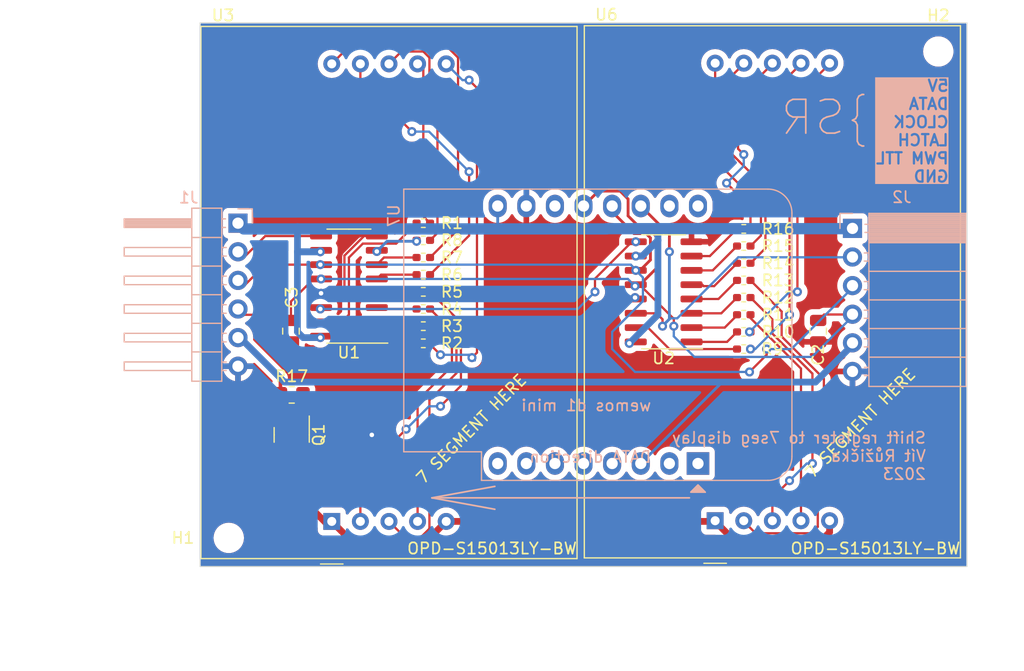
<source format=kicad_pcb>
(kicad_pcb (version 20221018) (generator pcbnew)
  (layers (0 "F.Cu" signal) (31 "B.Cu" signal) (34 "B.Paste" user) (35 "F.Paste" user) (36 "B.SilkS" user "B.Silkscreen") (37 "F.SilkS" user "F.Silkscreen") (38 "B.Mask" user) (39 "F.Mask" user) (44 "Edge.Cuts" user))
  (net 0 "")
  (net 1 "LATCH")
  (net 2 "GND")
  (net 3 "+5V")
  (net 4 "DATA")
  (net 5 "CLK")
  (net 6 "Net-(J1-Pin_2)")
  (net 7 "Net-(U1-QA)")
  (net 8 "Net-(U3-A)")
  (net 9 "Net-(U1-QB)")
  (net 10 "Net-(U3-B)")
  (net 11 "Net-(U1-QC)")
  (net 12 "Net-(U3-C)")
  (net 13 "Net-(U1-QD)")
  (net 14 "Net-(U3-D)")
  (net 15 "Net-(U1-QE)")
  (net 16 "Net-(U3-E)")
  (net 17 "Net-(U1-QF)")
  (net 18 "Net-(U3-F)")
  (net 19 "Net-(U1-QG)")
  (net 20 "Net-(U3-G)")
  (net 21 "Net-(U1-QH)")
  (net 22 "Net-(U3-DP)")
  (net 23 "Net-(U2-QA)")
  (net 24 "Net-(U6-A)")
  (net 25 "Net-(U2-QB)")
  (net 26 "Net-(U6-B)")
  (net 27 "Net-(U2-QC)")
  (net 28 "Net-(U6-C)")
  (net 29 "Net-(U2-QD)")
  (net 30 "Net-(U6-D)")
  (net 31 "Net-(U2-QE)")
  (net 32 "Net-(U6-E)")
  (net 33 "Net-(U2-QF)")
  (net 34 "Net-(U6-F)")
  (net 35 "Net-(U2-QG)")
  (net 36 "Net-(U6-G)")
  (net 37 "Net-(U2-QH)")
  (net 38 "Net-(U6-DP)")
  (net 39 "Net-(U1-SER)")
  (net 40 "PWM")
  (net 41 "Net-(Q1-B)")
  (net 42 "Net-(Q1-C)")
  (footprint "Resistor_SMD:R_0402_1005Metric_Pad0.72x0.64mm_HandSolder" (layer "F.Cu") (at 154.94 58.928)
    (fp_text reference "R4" (at 2.54 0) (layer "F.SilkS"))
    (fp_text value "100R")
    (pad "1" smd roundrect (at -0.5975 0) (size 0.715 0.64) (layers "F.Cu" "F.Paste" "F.Mask") (net 13 "Net-(U1-QD)"))
    (pad "2" smd roundrect (at 0.5975 0) (size 0.715 0.64) (layers "F.Cu" "F.Paste" "F.Mask") (net 14 "Net-(U3-D)"))
  )
  (footprint "MountingHole:MountingHole_2.2mm_M2" (layer "F.Cu") (at 137.668 79.248)
    (fp_text reference "H1" (at -4.064 0) (layer "F.SilkS"))
    (fp_text value "MountingHole")
    (pad "" np_thru_hole circle (at 0 0) (size 2.2 2.2) (drill 2.2) (layers "*.Cu" "*.Mask"))
  )
  (footprint "Resistor_SMD:R_0402_1005Metric_Pad0.72x0.64mm_HandSolder" (layer "F.Cu") (at 154.94 51.308)
    (fp_text reference "R1" (at 2.54 0) (layer "F.SilkS"))
    (fp_text value "50R")
    (pad "1" smd roundrect (at -0.5975 0) (size 0.715 0.64) (layers "F.Cu" "F.Paste" "F.Mask") (net 7 "Net-(U1-QA)"))
    (pad "2" smd roundrect (at 0.5975 0) (size 0.715 0.64) (layers "F.Cu" "F.Paste" "F.Mask") (net 8 "Net-(U3-A)"))
  )
  (footprint "Display_7Segment:SA15-11xxx" (layer "F.Cu") (at 146.812 77.7855 90)
    (fp_text reference "U3" (at 44.92 -9.65) (layer "F.SilkS"))
    (fp_text value "SA15-11SRWA")
    (pad "1" thru_hole rect locked (at 0 0) (size 1.5 1.5) (drill 0.8) (layers "*.Cu" "*.Mask") (net 42 "Net-(Q1-C)"))
    (pad "2" thru_hole circle locked (at 0 2.54) (size 1.5 1.5) (drill 0.8) (layers "*.Cu" "*.Mask") (net 16 "Net-(U3-E)"))
    (pad "3" thru_hole circle locked (at 0 5.08) (size 1.5 1.5) (drill 0.8) (layers "*.Cu" "*.Mask") (net 14 "Net-(U3-D)"))
    (pad "4" thru_hole circle locked (at 0 7.62) (size 1.5 1.5) (drill 0.8) (layers "*.Cu" "*.Mask") (net 12 "Net-(U3-C)"))
    (pad "5" thru_hole circle locked (at 0 10.16) (size 1.5 1.5) (drill 0.8) (layers "*.Cu" "*.Mask") (net 42 "Net-(Q1-C)"))
    (pad "6" thru_hole circle locked (at 40.62 10.16) (size 1.5 1.5) (drill 0.8) (layers "*.Cu" "*.Mask") (net 10 "Net-(U3-B)"))
    (pad "7" thru_hole circle locked (at 40.62 7.62) (size 1.5 1.5) (drill 0.8) (layers "*.Cu" "*.Mask") (net 8 "Net-(U3-A)"))
    (pad "8" thru_hole circle locked (at 40.62 5.08) (size 1.5 1.5) (drill 0.8) (layers "*.Cu" "*.Mask") (net 22 "Net-(U3-DP)"))
    (pad "9" thru_hole circle locked (at 40.62 2.54) (size 1.5 1.5) (drill 0.8) (layers "*.Cu" "*.Mask") (net 18 "Net-(U3-F)"))
    (pad "10" thru_hole circle locked (at 40.62 0) (size 1.5 1.5) (drill 0.8) (layers "*.Cu" "*.Mask") (net 20 "Net-(U3-G)"))
  )
  (footprint "Resistor_SMD:R_0402_1005Metric_Pad0.72x0.64mm_HandSolder" (layer "F.Cu") (at 154.94 55.88)
    (fp_text reference "R6" (at 2.54 0) (layer "F.SilkS"))
    (fp_text value "100R")
    (pad "1" smd roundrect (at -0.5975 0) (size 0.715 0.64) (layers "F.Cu" "F.Paste" "F.Mask") (net 17 "Net-(U1-QF)"))
    (pad "2" smd roundrect (at 0.5975 0) (size 0.715 0.64) (layers "F.Cu" "F.Paste" "F.Mask") (net 18 "Net-(U3-F)"))
  )
  (footprint "Package_SO:SOIC-16_3.9x9.9mm_P1.27mm" (layer "F.Cu") (at 176.276 57.404 180)
    (fp_text reference "U2" (at 0 -5.9) (layer "F.SilkS"))
    (fp_text value "74HC595")
    (pad "1" smd roundrect (at -2.475 -4.445 180) (size 1.95 0.6) (layers "F.Cu" "F.Paste" "F.Mask") (net 25 "Net-(U2-QB)"))
    (pad "2" smd roundrect (at -2.475 -3.175 180) (size 1.95 0.6) (layers "F.Cu" "F.Paste" "F.Mask") (net 27 "Net-(U2-QC)"))
    (pad "3" smd roundrect (at -2.475 -1.905 180) (size 1.95 0.6) (layers "F.Cu" "F.Paste" "F.Mask") (net 29 "Net-(U2-QD)"))
    (pad "4" smd roundrect (at -2.475 -0.635 180) (size 1.95 0.6) (layers "F.Cu" "F.Paste" "F.Mask") (net 31 "Net-(U2-QE)"))
    (pad "5" smd roundrect (at -2.475 0.635 180) (size 1.95 0.6) (layers "F.Cu" "F.Paste" "F.Mask") (net 33 "Net-(U2-QF)"))
    (pad "6" smd roundrect (at -2.475 1.905 180) (size 1.95 0.6) (layers "F.Cu" "F.Paste" "F.Mask") (net 35 "Net-(U2-QG)"))
    (pad "7" smd roundrect (at -2.475 3.175 180) (size 1.95 0.6) (layers "F.Cu" "F.Paste" "F.Mask") (net 37 "Net-(U2-QH)"))
    (pad "8" smd roundrect (at -2.475 4.445 180) (size 1.95 0.6) (layers "F.Cu" "F.Paste" "F.Mask") (net 2 "GND"))
    (pad "9" smd roundrect (at 2.475 4.445 180) (size 1.95 0.6) (layers "F.Cu" "F.Paste" "F.Mask") (net 39 "Net-(U1-SER)"))
    (pad "10" smd roundrect (at 2.475 3.175 180) (size 1.95 0.6) (layers "F.Cu" "F.Paste" "F.Mask") (net 3 "+5V"))
    (pad "11" smd roundrect (at 2.475 1.905 180) (size 1.95 0.6) (layers "F.Cu" "F.Paste" "F.Mask") (net 5 "CLK"))
    (pad "12" smd roundrect (at 2.475 0.635 180) (size 1.95 0.6) (layers "F.Cu" "F.Paste" "F.Mask") (net 1 "LATCH"))
    (pad "13" smd roundrect (at 2.475 -0.635 180) (size 1.95 0.6) (layers "F.Cu" "F.Paste" "F.Mask") (net 2 "GND"))
    (pad "14" smd roundrect (at 2.475 -1.905 180) (size 1.95 0.6) (layers "F.Cu" "F.Paste" "F.Mask") (net 4 "DATA"))
    (pad "15" smd roundrect (at 2.475 -3.175 180) (size 1.95 0.6) (layers "F.Cu" "F.Paste" "F.Mask") (net 23 "Net-(U2-QA)"))
    (pad "16" smd roundrect (at 2.475 -4.445 180) (size 1.95 0.6) (layers "F.Cu" "F.Paste" "F.Mask") (net 3 "+5V"))
  )
  (footprint "Resistor_SMD:R_0402_1005Metric_Pad0.72x0.64mm_HandSolder" (layer "F.Cu") (at 183.388 59.436)
    (fp_text reference "R11" (at 3.048 0) (layer "F.SilkS"))
    (fp_text value "100R")
    (pad "1" smd roundrect (at -0.5975 0) (size 0.715 0.64) (layers "F.Cu" "F.Paste" "F.Mask") (net 27 "Net-(U2-QC)"))
    (pad "2" smd roundrect (at 0.5975 0) (size 0.715 0.64) (layers "F.Cu" "F.Paste" "F.Mask") (net 28 "Net-(U6-C)"))
  )
  (footprint "Resistor_SMD:R_0402_1005Metric_Pad0.72x0.64mm_HandSolder" (layer "F.Cu") (at 183.388 56.388)
    (fp_text reference "R13" (at 3.048 0) (layer "F.SilkS"))
    (fp_text value "100R")
    (pad "1" smd roundrect (at -0.5975 0) (size 0.715 0.64) (layers "F.Cu" "F.Paste" "F.Mask") (net 31 "Net-(U2-QE)"))
    (pad "2" smd roundrect (at 0.5975 0) (size 0.715 0.64) (layers "F.Cu" "F.Paste" "F.Mask") (net 32 "Net-(U6-E)"))
  )
  (footprint "Resistor_SMD:R_0402_1005Metric_Pad0.72x0.64mm_HandSolder" (layer "F.Cu") (at 154.94 57.404)
    (fp_text reference "R5" (at 2.54 0) (layer "F.SilkS"))
    (fp_text value "100R")
    (pad "1" smd roundrect (at -0.5975 0) (size 0.715 0.64) (layers "F.Cu" "F.Paste" "F.Mask") (net 15 "Net-(U1-QE)"))
    (pad "2" smd roundrect (at 0.5975 0) (size 0.715 0.64) (layers "F.Cu" "F.Paste" "F.Mask") (net 16 "Net-(U3-E)"))
  )
  (footprint "Resistor_SMD:R_0402_1005Metric_Pad0.72x0.64mm_HandSolder" (layer "F.Cu") (at 154.94 52.832)
    (fp_text reference "R8" (at 2.54 0) (layer "F.SilkS"))
    (fp_text value "100R")
    (pad "1" smd roundrect (at -0.5975 0) (size 0.715 0.64) (layers "F.Cu" "F.Paste" "F.Mask") (net 21 "Net-(U1-QH)"))
    (pad "2" smd roundrect (at 0.5975 0) (size 0.715 0.64) (layers "F.Cu" "F.Paste" "F.Mask") (net 22 "Net-(U3-DP)"))
  )
  (footprint "Resistor_SMD:R_0402_1005Metric_Pad0.72x0.64mm_HandSolder" (layer "F.Cu") (at 183.388 57.912)
    (fp_text reference "R12" (at 3.048 0) (layer "F.SilkS"))
    (fp_text value "100R")
    (pad "1" smd roundrect (at -0.5975 0) (size 0.715 0.64) (layers "F.Cu" "F.Paste" "F.Mask") (net 29 "Net-(U2-QD)"))
    (pad "2" smd roundrect (at 0.5975 0) (size 0.715 0.64) (layers "F.Cu" "F.Paste" "F.Mask") (net 30 "Net-(U6-D)"))
  )
  (footprint "Package_SO:SOIC-16_3.9x9.9mm_P1.27mm" (layer "F.Cu") (at 148.336 56.896 180)
    (fp_text reference "U1" (at 0 -5.9) (layer "F.SilkS"))
    (fp_text value "74HC595")
    (pad "1" smd roundrect (at -2.475 -4.445 180) (size 1.95 0.6) (layers "F.Cu" "F.Paste" "F.Mask") (net 9 "Net-(U1-QB)"))
    (pad "2" smd roundrect (at -2.475 -3.175 180) (size 1.95 0.6) (layers "F.Cu" "F.Paste" "F.Mask") (net 11 "Net-(U1-QC)"))
    (pad "3" smd roundrect (at -2.475 -1.905 180) (size 1.95 0.6) (layers "F.Cu" "F.Paste" "F.Mask") (net 13 "Net-(U1-QD)"))
    (pad "4" smd roundrect (at -2.475 -0.635 180) (size 1.95 0.6) (layers "F.Cu" "F.Paste" "F.Mask") (net 15 "Net-(U1-QE)"))
    (pad "5" smd roundrect (at -2.475 0.635 180) (size 1.95 0.6) (layers "F.Cu" "F.Paste" "F.Mask") (net 17 "Net-(U1-QF)"))
    (pad "6" smd roundrect (at -2.475 1.905 180) (size 1.95 0.6) (layers "F.Cu" "F.Paste" "F.Mask") (net 19 "Net-(U1-QG)"))
    (pad "7" smd roundrect (at -2.475 3.175 180) (size 1.95 0.6) (layers "F.Cu" "F.Paste" "F.Mask") (net 21 "Net-(U1-QH)"))
    (pad "8" smd roundrect (at -2.475 4.445 180) (size 1.95 0.6) (layers "F.Cu" "F.Paste" "F.Mask") (net 2 "GND"))
    (pad "9" smd roundrect (at 2.475 4.445 180) (size 1.95 0.6) (layers "F.Cu" "F.Paste" "F.Mask") (net 6 "Net-(J1-Pin_2)"))
    (pad "10" smd roundrect (at 2.475 3.175 180) (size 1.95 0.6) (layers "F.Cu" "F.Paste" "F.Mask") (net 3 "+5V"))
    (pad "11" smd roundrect (at 2.475 1.905 180) (size 1.95 0.6) (layers "F.Cu" "F.Paste" "F.Mask") (net 5 "CLK"))
    (pad "12" smd roundrect (at 2.475 0.635 180) (size 1.95 0.6) (layers "F.Cu" "F.Paste" "F.Mask") (net 1 "LATCH"))
    (pad "13" smd roundrect (at 2.475 -0.635 180) (size 1.95 0.6) (layers "F.Cu" "F.Paste" "F.Mask") (net 2 "GND"))
    (pad "14" smd roundrect (at 2.475 -1.905 180) (size 1.95 0.6) (layers "F.Cu" "F.Paste" "F.Mask") (net 39 "Net-(U1-SER)"))
    (pad "15" smd roundrect (at 2.475 -3.175 180) (size 1.95 0.6) (layers "F.Cu" "F.Paste" "F.Mask") (net 7 "Net-(U1-QA)"))
    (pad "16" smd roundrect (at 2.475 -4.445 180) (size 1.95 0.6) (layers "F.Cu" "F.Paste" "F.Mask") (net 3 "+5V"))
  )
  (footprint "MountingHole:MountingHole_2.2mm_M2" (layer "F.Cu") (at 200.66 36.068)
    (fp_text reference "H2" (at 0 -3.2) (layer "F.SilkS"))
    (fp_text value "MountingHole")
    (pad "" np_thru_hole circle (at 0 0) (size 2.2 2.2) (drill 2.2) (layers "*.Cu" "*.Mask"))
  )
  (footprint "Capacitor_SMD:C_0805_2012Metric" (layer "F.Cu") (at 143.19 60.894 -90)
    (fp_text reference "C3" (at -2.982 -0.066 90) (layer "F.SilkS"))
    (fp_text value "10nF")
    (pad "1" smd roundrect (at -0.95 0 270) (size 1 1.45) (layers "F.Cu" "F.Paste" "F.Mask") (net 1 "LATCH"))
    (pad "2" smd roundrect (at 0.95 0 270) (size 1 1.45) (layers "F.Cu" "F.Paste" "F.Mask") (net 2 "GND"))
  )
  (footprint "Resistor_SMD:R_0402_1005Metric_Pad0.72x0.64mm_HandSolder" (layer "F.Cu") (at 183.388 62.484)
    (fp_text reference "R9" (at 2.54 0) (layer "F.SilkS"))
    (fp_text value "50R")
    (pad "1" smd roundrect (at -0.5975 0) (size 0.715 0.64) (layers "F.Cu" "F.Paste" "F.Mask") (net 23 "Net-(U2-QA)"))
    (pad "2" smd roundrect (at 0.5975 0) (size 0.715 0.64) (layers "F.Cu" "F.Paste" "F.Mask") (net 24 "Net-(U6-A)"))
  )
  (footprint "Resistor_SMD:R_0402_1005Metric_Pad0.72x0.64mm_HandSolder" (layer "F.Cu") (at 154.94 54.356)
    (fp_text reference "R7" (at 2.54 0) (layer "F.SilkS"))
    (fp_text value "100R")
    (pad "1" smd roundrect (at -0.5975 0) (size 0.715 0.64) (layers "F.Cu" "F.Paste" "F.Mask") (net 19 "Net-(U1-QG)"))
    (pad "2" smd roundrect (at 0.5975 0) (size 0.715 0.64) (layers "F.Cu" "F.Paste" "F.Mask") (net 20 "Net-(U3-G)"))
  )
  (footprint "Resistor_SMD:R_0402_1005Metric_Pad0.72x0.64mm_HandSolder" (layer "F.Cu") (at 183.388 60.96)
    (fp_text reference "R10" (at 3.048 0) (layer "F.SilkS"))
    (fp_text value "100R")
    (pad "1" smd roundrect (at -0.5975 0) (size 0.715 0.64) (layers "F.Cu" "F.Paste" "F.Mask") (net 25 "Net-(U2-QB)"))
    (pad "2" smd roundrect (at 0.5975 0) (size 0.715 0.64) (layers "F.Cu" "F.Paste" "F.Mask") (net 26 "Net-(U6-B)"))
  )
  (footprint "Package_TO_SOT_SMD:SOT-23" (layer "F.Cu") (at 143.256 70.104 -90)
    (fp_text reference "Q1" (at 0 -2.4 90) (layer "F.SilkS"))
    (fp_text value "BC817")
    (pad "1" smd roundrect (at -0.9375 -0.95 270) (size 1.475 0.6) (layers "F.Cu" "F.Paste" "F.Mask") (net 41 "Net-(Q1-B)"))
    (pad "2" smd roundrect (at -0.9375 0.95 270) (size 1.475 0.6) (layers "F.Cu" "F.Paste" "F.Mask") (net 2 "GND"))
    (pad "3" smd roundrect (at 0.9375 0 270) (size 1.475 0.6) (layers "F.Cu" "F.Paste" "F.Mask") (net 42 "Net-(Q1-C)"))
  )
  (footprint "Resistor_SMD:R_0402_1005Metric_Pad0.72x0.64mm_HandSolder" (layer "F.Cu") (at 183.388 51.816)
    (fp_text reference "R16" (at 3.048 0) (layer "F.SilkS"))
    (fp_text value "100R")
    (pad "1" smd roundrect (at -0.5975 0) (size 0.715 0.64) (layers "F.Cu" "F.Paste" "F.Mask") (net 37 "Net-(U2-QH)"))
    (pad "2" smd roundrect (at 0.5975 0) (size 0.715 0.64) (layers "F.Cu" "F.Paste" "F.Mask") (net 38 "Net-(U6-DP)"))
  )
  (footprint "Resistor_SMD:R_0402_1005Metric_Pad0.72x0.64mm_HandSolder" (layer "F.Cu") (at 154.94 61.976)
    (fp_text reference "R2" (at 2.54 0) (layer "F.SilkS"))
    (fp_text value "100R")
    (pad "1" smd roundrect (at -0.5975 0) (size 0.715 0.64) (layers "F.Cu" "F.Paste" "F.Mask") (net 9 "Net-(U1-QB)"))
    (pad "2" smd roundrect (at 0.5975 0) (size 0.715 0.64) (layers "F.Cu" "F.Paste" "F.Mask") (net 10 "Net-(U3-B)"))
  )
  (footprint "Capacitor_SMD:C_0805_2012Metric" (layer "F.Cu") (at 189.992 60.894 -90)
    (fp_text reference "C2" (at 2.098 0 90) (layer "F.SilkS"))
    (fp_text value "10nF")
    (pad "1" smd roundrect (at -0.95 0 270) (size 1 1.45) (layers "F.Cu" "F.Paste" "F.Mask") (net 1 "LATCH"))
    (pad "2" smd roundrect (at 0.95 0 270) (size 1 1.45) (layers "F.Cu" "F.Paste" "F.Mask") (net 2 "GND"))
  )
  (footprint "Resistor_SMD:R_0402_1005Metric_Pad0.72x0.64mm_HandSolder" (layer "F.Cu") (at 183.388 54.864)
    (fp_text reference "R14" (at 3.048 0) (layer "F.SilkS"))
    (fp_text value "100R")
    (pad "1" smd roundrect (at -0.5975 0) (size 0.715 0.64) (layers "F.Cu" "F.Paste" "F.Mask") (net 33 "Net-(U2-QF)"))
    (pad "2" smd roundrect (at 0.5975 0) (size 0.715 0.64) (layers "F.Cu" "F.Paste" "F.Mask") (net 34 "Net-(U6-F)"))
  )
  (footprint "Resistor_SMD:R_0402_1005Metric_Pad0.72x0.64mm_HandSolder" (layer "F.Cu") (at 183.388 53.34)
    (fp_text reference "R15" (at 3.048 0) (layer "F.SilkS"))
    (fp_text value "100R")
    (pad "1" smd roundrect (at -0.5975 0) (size 0.715 0.64) (layers "F.Cu" "F.Paste" "F.Mask") (net 35 "Net-(U2-QG)"))
    (pad "2" smd roundrect (at 0.5975 0) (size 0.715 0.64) (layers "F.Cu" "F.Paste" "F.Mask") (net 36 "Net-(U6-G)"))
  )
  (footprint "Display_7Segment:SA15-11xxx" (layer "F.Cu") (at 180.848 77.724 90)
    (fp_text reference "U6" (at 44.92 -9.65) (layer "F.SilkS"))
    (fp_text value "SA15-11SRWA")
    (pad "1" thru_hole rect locked (at 0 0) (size 1.5 1.5) (drill 0.8) (layers "*.Cu" "*.Mask") (net 42 "Net-(Q1-C)"))
    (pad "2" thru_hole circle locked (at 0 2.54) (size 1.5 1.5) (drill 0.8) (layers "*.Cu" "*.Mask") (net 32 "Net-(U6-E)"))
    (pad "3" thru_hole circle locked (at 0 5.08) (size 1.5 1.5) (drill 0.8) (layers "*.Cu" "*.Mask") (net 30 "Net-(U6-D)"))
    (pad "4" thru_hole circle locked (at 0 7.62) (size 1.5 1.5) (drill 0.8) (layers "*.Cu" "*.Mask") (net 28 "Net-(U6-C)"))
    (pad "5" thru_hole circle locked (at 0 10.16) (size 1.5 1.5) (drill 0.8) (layers "*.Cu" "*.Mask") (net 42 "Net-(Q1-C)"))
    (pad "6" thru_hole circle locked (at 40.62 10.16) (size 1.5 1.5) (drill 0.8) (layers "*.Cu" "*.Mask") (net 26 "Net-(U6-B)"))
    (pad "7" thru_hole circle locked (at 40.62 7.62) (size 1.5 1.5) (drill 0.8) (layers "*.Cu" "*.Mask") (net 24 "Net-(U6-A)"))
    (pad "8" thru_hole circle locked (at 40.62 5.08) (size 1.5 1.5) (drill 0.8) (layers "*.Cu" "*.Mask") (net 38 "Net-(U6-DP)"))
    (pad "9" thru_hole circle locked (at 40.62 2.54) (size 1.5 1.5) (drill 0.8) (layers "*.Cu" "*.Mask") (net 34 "Net-(U6-F)"))
    (pad "10" thru_hole circle locked (at 40.62 0) (size 1.5 1.5) (drill 0.8) (layers "*.Cu" "*.Mask") (net 36 "Net-(U6-G)"))
  )
  (footprint "Resistor_SMD:R_0805_2012Metric_Pad1.20x1.40mm_HandSolder" (layer "F.Cu") (at 143.256 66.548)
    (fp_text reference "R17" (at 0 -1.65) (layer "F.SilkS"))
    (fp_text value "1k")
    (pad "1" smd roundrect (at -1 0) (size 1.2 1.4) (layers "F.Cu" "F.Paste" "F.Mask") (roundrect_rratio 0.2083333333) (net 40 "PWM"))
    (pad "2" smd roundrect (at 1 0) (size 1.2 1.4) (layers "F.Cu" "F.Paste" "F.Mask") (roundrect_rratio 0.2083333333) (net 41 "Net-(Q1-B)"))
  )
  (footprint "Resistor_SMD:R_0402_1005Metric_Pad0.72x0.64mm_HandSolder" (layer "F.Cu") (at 154.94 60.452)
    (fp_text reference "R3" (at 2.54 0) (layer "F.SilkS"))
    (fp_text value "100R")
    (pad "1" smd roundrect (at -0.5975 0) (size 0.715 0.64) (layers "F.Cu" "F.Paste" "F.Mask") (net 11 "Net-(U1-QC)"))
    (pad "2" smd roundrect (at 0.5975 0) (size 0.715 0.64) (layers "F.Cu" "F.Paste" "F.Mask") (net 12 "Net-(U3-C)"))
  )
  (footprint "Connector_PinHeader_2.54mm:PinHeader_1x06_P2.54mm_Horizontal" (layer "B.Cu") (at 138.487 51.308 180)
    (fp_text reference "J1" (at 4.385 2.27) (layer "B.SilkS") (effects (justify mirror)))
    (fp_text value "Conn_01x06")
    (pad "1" thru_hole rect (at 0 0 180) (size 1.7 1.7) (drill 1) (layers "*.Cu" "*.Mask") (net 3 "+5V"))
    (pad "2" thru_hole oval (at 0 -2.54 180) (size 1.7 1.7) (drill 1) (layers "*.Cu" "*.Mask") (net 6 "Net-(J1-Pin_2)"))
    (pad "3" thru_hole oval (at 0 -5.08 180) (size 1.7 1.7) (drill 1) (layers "*.Cu" "*.Mask") (net 5 "CLK"))
    (pad "4" thru_hole oval (at 0 -7.62 180) (size 1.7 1.7) (drill 1) (layers "*.Cu" "*.Mask") (net 1 "LATCH"))
    (pad "5" thru_hole oval (at 0 -10.16 180) (size 1.7 1.7) (drill 1) (layers "*.Cu" "*.Mask") (net 40 "PWM"))
    (pad "6" thru_hole oval (at 0 -12.7 180) (size 1.7 1.7) (drill 1) (layers "*.Cu" "*.Mask") (net 2 "GND"))
  )
  (footprint "Module:WEMOS_D1_mini_light" (layer "B.Cu") (at 179.324 72.644 90)
    (fp_text reference "U7" (at 22 -27 90) (layer "B.SilkS") (effects (justify mirror)))
    (fp_text value "WeMos_D1_mini")
    (pad "1" thru_hole rect (at 0 0 90) (size 2 2) (drill 1) (layers "*.Cu" "*.Mask"))
    (pad "2" thru_hole oval (at 0 -2.54 90) (size 2 1.6) (drill 1) (layers "*.Cu" "*.Mask"))
    (pad "3" thru_hole oval (at 0 -5.08 90) (size 2 1.6) (drill 1) (layers "*.Cu" "*.Mask") (net 40 "PWM"))
    (pad "4" thru_hole oval (at 0 -7.62 90) (size 2 1.6) (drill 1) (layers "*.Cu" "*.Mask"))
    (pad "5" thru_hole oval (at 0 -10.16 90) (size 2 1.6) (drill 1) (layers "*.Cu" "*.Mask"))
    (pad "6" thru_hole oval (at 0 -12.7 90) (size 2 1.6) (drill 1) (layers "*.Cu" "*.Mask"))
    (pad "7" thru_hole oval (at 0 -15.24 90) (size 2 1.6) (drill 1) (layers "*.Cu" "*.Mask"))
    (pad "8" thru_hole oval (at 0 -17.78 90) (size 2 1.6) (drill 1) (layers "*.Cu" "*.Mask"))
    (pad "9" thru_hole oval (at 22.86 -17.78 90) (size 2 1.6) (drill 1) (layers "*.Cu" "*.Mask") (net 3 "+5V"))
    (pad "10" thru_hole oval (at 22.86 -15.24 90) (size 2 1.6) (drill 1) (layers "*.Cu" "*.Mask") (net 2 "GND"))
    (pad "11" thru_hole oval (at 22.86 -12.7 90) (size 2 1.6) (drill 1) (layers "*.Cu" "*.Mask"))
    (pad "12" thru_hole oval (at 22.86 -10.16 90) (size 2 1.6) (drill 1) (layers "*.Cu" "*.Mask") (net 1 "LATCH"))
    (pad "13" thru_hole oval (at 22.86 -7.62 90) (size 2 1.6) (drill 1) (layers "*.Cu" "*.Mask") (net 5 "CLK"))
    (pad "14" thru_hole oval (at 22.86 -5.08 90) (size 2 1.6) (drill 1) (layers "*.Cu" "*.Mask") (net 4 "DATA"))
    (pad "15" thru_hole oval (at 22.86 -2.54 90) (size 2 1.6) (drill 1) (layers "*.Cu" "*.Mask"))
    (pad "16" thru_hole oval (at 22.86 0 90) (size 2 1.6) (drill 1) (layers "*.Cu" "*.Mask"))
  )
  (footprint "Connector_PinSocket_2.54mm:PinSocket_1x06_P2.54mm_Horizontal" (layer "B.Cu") (at 193.04 51.772 180)
    (fp_text reference "J2" (at -4.38 2.77) (layer "B.SilkS") (effects (justify mirror)))
    (fp_text value "Conn_01x06")
    (pad "1" thru_hole rect (at 0 0 180) (size 1.7 1.7) (drill 1) (layers "*.Cu" "*.Mask") (net 3 "+5V"))
    (pad "2" thru_hole oval (at 0 -2.54 180) (size 1.7 1.7) (drill 1) (layers "*.Cu" "*.Mask") (net 4 "DATA"))
    (pad "3" thru_hole oval (at 0 -5.08 180) (size 1.7 1.7) (drill 1) (layers "*.Cu" "*.Mask") (net 5 "CLK"))
    (pad "4" thru_hole oval (at 0 -7.62 180) (size 1.7 1.7) (drill 1) (layers "*.Cu" "*.Mask") (net 1 "LATCH"))
    (pad "5" thru_hole oval (at 0 -10.16 180) (size 1.7 1.7) (drill 1) (layers "*.Cu" "*.Mask") (net 40 "PWM"))
    (pad "6" thru_hole oval (at 0 -12.7 180) (size 1.7 1.7) (drill 1) (layers "*.Cu" "*.Mask") (net 2 "GND"))
  )
  (gr_line (start 155.702 75.692) (end 161.29 76.708) (stroke (width 0.15)) (layer "B.SilkS"))
  (gr_line (start 155.702 75.692) (end 161.29 74.676) (stroke (width 0.15)) (layer "B.SilkS"))
  (gr_line (start 155.702 75.692) (end 178.562 75.692) (stroke (width 0.15)) (layer "B.SilkS"))
  (gr_rect (start 135.128 33.528) (end 203.2 81.788) (stroke (width 0.1)) (fill none) (layer "Edge.Cuts"))
  (gr_text "}SR" (at 194.564 43.688) (layer "B.SilkS") (effects (font (size 3 3)) (justify left bottom mirror)))
  (gr_text "Shift register to 7seg display\nVít Růžička\n2023" (at 199.644 74.168) (layer "B.SilkS") (effects (font (size 1 1)) (justify left bottom mirror)))
  (gr_text "DATA direction" (at 175.26 72.644) (layer "B.SilkS") (effects (font (size 1 1)) (justify left bottom mirror)))
  (gr_text "wemos d1 mini" (at 175.26 68.072) (layer "B.SilkS") (effects (font (size 1 1)) (justify left bottom mirror)))
  (gr_text "5V\nDATA\nCLOCK\nLATCH\nPWM TTL\nGND" (at 201.676 47.752) (layer "B.SilkS" knockout) (effects (font (size 1 1) (thickness 0.2) bold) (justify left bottom mirror)))
  (gr_text "OPD-S15013LY-BW" (at 187.452 80.772) (layer "F.SilkS") (effects (font (size 1 1)) (justify left bottom)))
  (gr_text "7 SEGMENT HERE" (at 154.94 74.676 45) (layer "F.SilkS") (effects (font (size 1 1)) (justify left bottom)))
  (gr_text "7 SEGMENT HERE" (at 189.484 74.168 45) (layer "F.SilkS") (effects (font (size 1 1)) (justify left bottom)))
  (gr_text "OPD-S15013LY-BW" (at 153.416 80.772) (layer "F.SilkS") (effects (font (size 1 1)) (justify left bottom)))
  (segment (start 175.768 55.178751) (end 174.177751 56.769) (width 0.25) (layer "F.Cu") (net 1))
  (segment (start 172.411 48.459) (end 173.119 49.167) (width 0.25) (layer "F.Cu") (net 1))
  (segment (start 174.909147 51.784) (end 175.768 52.642853) (width 0.25) (layer "F.Cu") (net 1))
  (segment (start 177.1765 60.452) (end 177.1765 59.803104) (width 0.2) (layer "F.Cu") (net 1))
  (segment (start 173.119 49.167) (end 173.119 50.659) (width 0.25) (layer "F.Cu") (net 1))
  (segment (start 173.119 50.659) (end 174.244 51.784) (width 0.25) (layer "F.Cu") (net 1))
  (segment (start 189.992 59.944) (end 190.52 59.416) (width 0.2) (layer "F.Cu") (net 1))
  (segment (start 174.177751 56.769) (end 173.801 56.769) (width 0.25) (layer "F.Cu") (net 1))
  (segment (start 145.861 56.261) (end 145.191 56.261) (width 0.2) (layer "F.Cu") (net 1))
  (segment (start 174.244 51.784) (end 174.909147 51.784) (width 0.25) (layer "F.Cu") (net 1))
  (segment (start 170.489 48.459) (end 172.411 48.459) (width 0.25) (layer "F.Cu") (net 1))
  (segment (start 145.191 56.261) (end 143.19 58.262) (width 0.2) (layer "F.Cu") (net 1))
  (segment (start 190.52 59.416) (end 193.212 59.416) (width 0.2) (layer "F.Cu") (net 1))
  (segment (start 142.687 59.441) (end 138.995 59.441) (width 0.2) (layer "F.Cu") (net 1))
  (segment (start 143.19 59.944) (end 142.687 59.441) (width 0.2) (layer "F.Cu") (net 1))
  (segment (start 175.768 52.642853) (end 175.768 55.178751) (width 0.25) (layer "F.Cu") (net 1))
  (segment (start 169.164 49.784) (end 170.489 48.459) (width 0.25) (layer "F.Cu") (net 1))
  (segment (start 177.1765 59.803104) (end 174.142396 56.769) (width 0.2) (layer "F.Cu") (net 1))
  (segment (start 174.142396 56.769) (end 173.801 56.769) (width 0.2) (layer "F.Cu") (net 1))
  (segment (start 143.19 58.262) (end 143.19 59.944) (width 0.2) (layer "F.Cu") (net 1))
  (via (at 177.1765 60.452) (size 0.8) (drill 0.4) (layers "F.Cu" "B.Cu") (net 1))
  (via (at 145.861 56.261) (size 0.8) (drill 0.4) (layers "F.Cu" "B.Cu") (net 1))
  (via (at 173.736 56.896) (size 0.8) (drill 0.4) (layers "F.Cu" "B.Cu") (net 1))
  (segment (start 177.1765 60.452) (end 177.1765 61.3525) (width 0.2) (layer "B.Cu") (net 1))
  (segment (start 145.861 56.261) (end 173.101 56.261) (width 0.2) (layer "B.Cu") (net 1))
  (segment (start 189.444 63.184) (end 193.212 59.416) (width 0.2) (layer "B.Cu") (net 1))
  (segment (start 179.008 63.184) (end 189.444 63.184) (width 0.2) (layer "B.Cu") (net 1))
  (segment (start 177.1765 61.3525) (end 179.008 63.184) (width 0.2) (layer "B.Cu") (net 1))
  (segment (start 173.101 56.261) (end 173.736 56.896) (width 0.2) (layer "B.Cu") (net 1))
  (segment (start 147.701 57.531) (end 147.936 57.296) (width 0.2) (layer "F.Cu") (net 2))
  (segment (start 149.675314 52.451) (end 150.811 52.451) (width 0.2) (layer "F.Cu") (net 2))
  (segment (start 147.936 54.190314) (end 149.675314 52.451) (width 0.2) (layer "F.Cu") (net 2))
  (segment (start 147.936 57.296) (end 147.936 54.190314) (width 0.2) (layer "F.Cu") (net 2))
  (segment (start 145.861 57.531) (end 147.701 57.531) (width 0.2) (layer "F.Cu") (net 2))
  (via (at 150.368 70.104) (size 0.8) (drill 0.4) (layers "F.Cu" "B.Cu") (net 2))
  (via (at 145.861 57.531) (size 0.8) (drill 0.4) (layers "F.Cu" "B.Cu") (net 2))
  (via (at 173.736 57.912) (size 0.8) (drill 0.4) (layers "F.Cu" "B.Cu") (net 2))
  (via (at 145.796 61.468) (size 0.8) (drill 0.4) (layers "F.Cu" "B.Cu") (net 3))
  (via (at 173.228 61.976) (size 0.8) (drill 0.4) (layers "F.Cu" "B.Cu") (net 3))
  (via (at 145.796 53.848) (size 0.8) (drill 0.4) (layers "F.Cu" "B.Cu") (net 3))
  (via (at 173.801 54.229) (size 0.8) (drill 0.4) (layers "F.Cu" "B.Cu") (net 3))
  (segment (start 171.216 51.796) (end 193.212 51.796) (width 1) (layer "B.Cu") (net 3))
  (segment (start 143.769 51.821) (end 143.774 51.816) (width 0.6) (layer "B.Cu") (net 3))
  (segment (start 143.774 51.816) (end 161.544 51.816) (width 1) (layer "B.Cu") (net 3))
  (segment (start 143.764 53.848) (end 143.764 60.96) (width 0.6) (layer "B.Cu") (net 3))
  (segment (start 174.371 54.229) (end 175.768 52.832) (width 0.6) (layer "B.Cu") (net 3))
  (segment (start 144.272 61.468) (end 145.796 61.468) (width 0.6) (layer "B.Cu") (net 3))
  (segment (start 161.544 51.816) (end 171.196 51.816) (width 1) (layer "B.Cu") (net 3))
  (segment (start 143.769 53.848) (end 145.796 53.848) (width 0.6) (layer "B.Cu") (net 3))
  (segment (start 145.796 53.848) (end 143.764 53.848) (width 0.6) (layer "B.Cu") (net 3))
  (segment (start 175.768 52.832) (end 175.768 59.436) (width 0.6) (layer "B.Cu") (net 3))
  (segment (start 138.995 51.821) (end 143.769 51.821) (width 1) (layer "B.Cu") (net 3))
  (segment (start 143.764 60.96) (end 144.272 61.468) (width 0.6) (layer "B.Cu") (net 3))
  (segment (start 175.768 59.436) (end 173.228 61.976) (width 0.6) (layer "B.Cu") (net 3))
  (segment (start 161.544 51.816) (end 161.544 49.784) (width 0.25) (layer "B.Cu") (net 3))
  (segment (start 171.196 51.816) (end 171.216 51.796) (width 0.6) (layer "B.Cu") (net 3))
  (segment (start 175.768 52.324) (end 175.768 52.832) (width 0.6) (layer "B.Cu") (net 3))
  (segment (start 143.769 51.821) (end 143.769 53.848) (width 0.6) (layer "B.Cu") (net 3))
  (segment (start 173.801 54.229) (end 174.371 54.229) (width 0.6) (layer "B.Cu") (net 3))
  (segment (start 176.784 52.324) (end 174.244 49.784) (width 0.25) (layer "F.Cu") (net 4))
  (segment (start 176.784 53.848) (end 176.784 52.324) (width 0.25) (layer "F.Cu") (net 4))
  (segment (start 176.176997 59.844997) (end 175.641 59.309) (width 0.2) (layer "F.Cu") (net 4))
  (segment (start 176.176997 60.452) (end 176.176997 59.844997) (width 0.2) (layer "F.Cu") (net 4))
  (segment (start 175.641 59.309) (end 173.801 59.309) (width 0.2) (layer "F.Cu") (net 4))
  (via (at 176.784 53.848) (size 0.8) (drill 0.4) (layers "F.Cu" "B.Cu") (net 4))
  (via (at 176.176997 60.452) (size 0.8) (drill 0.4) (layers "F.Cu" "B.Cu") (net 4))
  (segment (start 176.176997 60.452) (end 176.876997 59.752) (width 0.2) (layer "B.Cu") (net 4))
  (segment (start 176.176997 60.452) (end 176.176997 60.426198) (width 0.25) (layer "B.Cu") (net 4))
  (segment (start 176.176997 60.426198) (end 176.784 59.819195) (width 0.25) (layer "B.Cu") (net 4))
  (segment (start 176.876997 59.752) (end 177.484 59.752) (width 0.2) (layer "B.Cu") (net 4))
  (segment (start 177.484 59.752) (end 182.9 54.336) (width 0.2) (layer "B.Cu") (net 4))
  (segment (start 176.784 59.819195) (end 176.784 53.848) (width 0.25) (layer "B.Cu") (net 4))
  (segment (start 182.9 54.336) (end 193.212 54.336) (width 0.2) (layer "B.Cu") (net 4))
  (segment (start 174.177751 55.499) (end 173.801 55.499) (width 0.25) (layer "F.Cu") (net 5))
  (segment (start 171.704 49.784) (end 171.704 50.292) (width 0.25) (layer "F.Cu") (net 5))
  (segment (start 174.722751 52.234) (end 175.101 52.612249) (width 0.25) (layer "F.Cu") (net 5))
  (segment (start 175.101 52.612249) (end 175.101 54.575751) (width 0.25) (layer "F.Cu") (net 5))
  (segment (start 173.646 52.234) (end 174.722751 52.234) (width 0.25) (layer "F.Cu") (net 5))
  (segment (start 171.704 50.292) (end 173.646 52.234) (width 0.25) (layer "F.Cu") (net 5))
  (segment (start 185.42 62.992) (end 185.42 62.484) (width 0.2) (layer "F.Cu") (net 5))
  (segment (start 140.905 54.991) (end 145.796 54.991) (width 0.2) (layer "F.Cu") (net 5))
  (segment (start 183.896 64.516) (end 185.42 62.992) (width 0.2) (layer "F.Cu") (net 5))
  (segment (start 138.995 56.901) (end 140.905 54.991) (width 0.2) (layer "F.Cu") (net 5))
  (segment (start 145.861 54.991) (end 145.796 54.991) (width 0.2) (layer "F.Cu") (net 5))
  (segment (start 175.101 54.575751) (end 174.177751 55.499) (width 0.25) (layer "F.Cu") (net 5))
  (via (at 173.801 55.499) (size 0.8) (drill 0.4) (layers "F.Cu" "B.Cu") (net 5))
  (via (at 145.796 54.991) (size 0.8) (drill 0.4) (layers "F.Cu" "B.Cu") (net 5))
  (via (at 185.42 62.484) (size 0.8) (drill 0.4) (layers "F.Cu" "B.Cu") (net 5))
  (via (at 183.896 64.516) (size 0.8) (drill 0.4) (layers "F.Cu" "B.Cu") (net 5))
  (segment (start 187.604 62.484) (end 193.212 56.876) (width 0.2) (layer "B.Cu") (net 5))
  (segment (start 171.704 62.484) (end 173.736 64.516) (width 0.2) (layer "B.Cu") (net 5))
  (segment (start 173.801 55.499) (end 174.436 56.134) (width 0.2) (layer "B.Cu") (net 5))
  (segment (start 185.42 62.484) (end 187.604 62.484) (width 0.2) (layer "B.Cu") (net 5))
  (segment (start 174.436 56.134) (end 174.436 58.228) (width 0.2) (layer "B.Cu") (net 5))
  (segment (start 171.704 60.96) (end 171.704 62.484) (width 0.2) (layer "B.Cu") (net 5))
  (segment (start 173.736 64.516) (end 183.896 64.516) (width 0.2) (layer "B.Cu") (net 5))
  (segment (start 145.796 54.991) (end 173.355 54.991) (width 0.2) (layer "B.Cu") (net 5))
  (segment (start 174.436 58.228) (end 171.704 60.96) (width 0.2) (layer "B.Cu") (net 5))
  (segment (start 173.801 55.437) (end 173.801 55.499) (width 0.2) (layer "B.Cu") (net 5))
  (segment (start 173.355 54.991) (end 173.801 55.437) (width 0.2) (layer "B.Cu") (net 5))
  (segment (start 140.905 52.451) (end 145.861 52.451) (width 0.2) (layer "F.Cu") (net 6))
  (segment (start 138.995 54.361) (end 140.905 52.451) (width 0.2) (layer "F.Cu") (net 6))
  (segment (start 152.5295 53.121) (end 149.571 53.121) (width 0.2) (layer "F.Cu") (net 7))
  (segment (start 147.701 60.071) (end 145.861 60.071) (width 0.2) (layer "F.Cu") (net 7))
  (segment (start 154.3425 51.308) (end 152.5295 53.121) (width 0.2) (layer "F.Cu") (net 7))
  (segment (start 148.336 54.356) (end 148.336 59.436) (width 0.2) (layer "F.Cu") (net 7))
  (segment (start 148.336 59.436) (end 147.701 60.071) (width 0.2) (layer "F.Cu") (net 7))
  (segment (start 149.571 53.121) (end 148.336 54.356) (width 0.2) (layer "F.Cu") (net 7))
  (segment (start 154.94 50.7105) (end 154.94 37.6735) (width 0.2) (layer "F.Cu") (net 8))
  (segment (start 154.94 37.6735) (end 154.432 37.1655) (width 0.2) (layer "F.Cu") (net 8))
  (segment (start 155.5375 51.308) (end 154.94 50.7105) (width 0.2) (layer "F.Cu") (net 8))
  (segment (start 151.446 61.976) (end 150.811 61.341) (width 0.2) (layer "F.Cu") (net 9))
  (segment (start 154.3425 61.976) (end 151.446 61.976) (width 0.2) (layer "F.Cu") (net 9))
  (segment (start 159.258 63.246) (end 159.704 62.8) (width 0.2) (layer "F.Cu") (net 10))
  (segment (start 155.5375 62.0655) (end 156.464 62.992) (width 0.2) (layer "F.Cu") (net 10))
  (segment (start 159.704 39.308) (end 159.004 38.608) (width 0.2) (layer "F.Cu") (net 10))
  (segment (start 155.5375 61.976) (end 155.5375 62.0655) (width 0.2) (layer "F.Cu") (net 10))
  (segment (start 159.704 62.8) (end 159.704 39.308) (width 0.2) (layer "F.Cu") (net 10))
  (via (at 159.258 63.246) (size 0.8) (drill 0.4) (layers "F.Cu" "B.Cu") (net 10))
  (via (at 156.464 62.992) (size 0.8) (drill 0.4) (layers "F.Cu" "B.Cu") (net 10))
  (via (at 159.004 38.608) (size 0.8) (drill 0.4) (layers "F.Cu" "B.Cu") (net 10))
  (segment (start 159.004 38.608) (end 158.4145 38.608) (width 0.2) (layer "B.Cu") (net 10))
  (segment (start 159.004 62.992) (end 159.258 63.246) (width 0.2) (layer "B.Cu") (net 10))
  (segment (start 158.4145 38.608) (end 156.972 37.1655) (width 0.2) (layer "B.Cu") (net 10))
  (segment (start 156.464 62.992) (end 159.004 62.992) (width 0.2) (layer "B.Cu") (net 10))
  (segment (start 159.512 63.5) (end 159.258 63.246) (width 0.2) (layer "B.Cu") (net 10))
  (segment (start 154.3425 60.452) (end 151.192 60.452) (width 0.2) (layer "F.Cu") (net 11))
  (segment (start 151.192 60.452) (end 150.811 60.071) (width 0.2) (layer "F.Cu") (net 11))
  (segment (start 154.432 77.7855) (end 154.432 67.056) (width 0.2) (layer "F.Cu") (net 12))
  (segment (start 157.48 64.008) (end 157.48 62.3945) (width 0.2) (layer "F.Cu") (net 12))
  (segment (start 157.48 62.3945) (end 155.5375 60.452) (width 0.2) (layer "F.Cu") (net 12))
  (segment (start 154.432 67.056) (end 157.48 64.008) (width 0.2) (layer "F.Cu") (net 12))
  (segment (start 150.938 58.928) (end 150.811 58.801) (width 0.2) (layer "F.Cu") (net 13))
  (segment (start 154.3425 58.928) (end 150.938 58.928) (width 0.2) (layer "F.Cu") (net 13))
  (segment (start 155.482 78.426972) (end 155.482 67.022) (width 0.2) (layer "F.Cu") (net 14))
  (segment (start 157.88 64.624) (end 157.88 61.2705) (width 0.2) (layer "F.Cu") (net 14))
  (segment (start 157.88 61.2705) (end 155.5375 58.928) (width 0.2) (layer "F.Cu") (net 14))
  (segment (start 154.660972 79.248) (end 155.482 78.426972) (width 0.2) (layer "F.Cu") (net 14))
  (segment (start 151.892 77.7855) (end 153.3545 79.248) (width 0.2) (layer "F.Cu") (net 14))
  (segment (start 155.482 67.022) (end 157.88 64.624) (width 0.2) (layer "F.Cu") (net 14))
  (segment (start 153.3545 79.248) (end 154.660972 79.248) (width 0.2) (layer "F.Cu") (net 14))
  (segment (start 150.938 57.404) (end 150.811 57.531) (width 0.2) (layer "F.Cu") (net 15))
  (segment (start 154.3425 57.404) (end 150.938 57.404) (width 0.2) (layer "F.Cu") (net 15))
  (segment (start 158.28 65.748) (end 156.464 67.564) (width 0.2) (layer "F.Cu") (net 16))
  (segment (start 149.352 73.66) (end 149.352 77.7855) (width 0.2) (layer "F.Cu") (net 16))
  (segment (start 153.416 69.596) (end 149.352 73.66) (width 0.2) (layer "F.Cu") (net 16))
  (segment (start 158.28 60.1465) (end 158.28 65.748) (width 0.2) (layer "F.Cu") (net 16))
  (segment (start 155.5375 57.404) (end 158.28 60.1465) (width 0.2) (layer "F.Cu") (net 16))
  (via (at 153.416 69.596) (size 0.8) (drill 0.4) (layers "F.Cu" "B.Cu") (net 16))
  (via (at 156.464 67.564) (size 0.8) (drill 0.4) (layers "F.Cu" "B.Cu") (net 16))
  (segment (start 155.448 67.564) (end 153.416 69.596) (width 0.2) (layer "B.Cu") (net 16))
  (segment (start 156.464 67.564) (end 155.448 67.564) (width 0.2) (layer "B.Cu") (net 16))
  (segment (start 151.192 55.88) (end 150.811 56.261) (width 0.2) (layer "F.Cu") (net 17))
  (segment (start 154.3425 55.88) (end 151.192 55.88) (width 0.2) (layer "F.Cu") (net 17))
  (segment (start 159.004 52.4135) (end 159.004 46.736) (width 0.2) (layer "F.Cu") (net 18))
  (segment (start 155.5375 55.88) (end 159.004 52.4135) (width 0.2) (layer "F.Cu") (net 18))
  (segment (start 149.352 38.608) (end 149.352 37.1655) (width 0.2) (layer "F.Cu") (net 18))
  (segment (start 153.924 43.18) (end 149.352 38.608) (width 0.2) (layer "F.Cu") (net 18))
  (via (at 159.004 46.736) (size 0.8) (drill 0.4) (layers "F.Cu" "B.Cu") (net 18))
  (via (at 153.924 43.18) (size 0.8) (drill 0.4) (layers "F.Cu" "B.Cu") (net 18))
  (segment (start 155.448 43.18) (end 153.924 43.18) (width 0.2) (layer "B.Cu") (net 18))
  (segment (start 159.004 46.736) (end 155.448 43.18) (width 0.2) (layer "B.Cu") (net 18))
  (segment (start 154.3425 54.356) (end 151.446 54.356) (width 0.2) (layer "F.Cu") (net 19))
  (segment (start 151.446 54.356) (end 150.811 54.991) (width 0.2) (layer "F.Cu") (net 19))
  (segment (start 155.5375 54.356) (end 158.022 51.8715) (width 0.2) (layer "F.Cu") (net 20))
  (segment (start 158.022 51.8715) (end 158.022 36.61) (width 0.2) (layer "F.Cu") (net 20))
  (segment (start 157.08 35.668) (end 148.3095 35.668) (width 0.2) (layer "F.Cu") (net 20))
  (segment (start 148.3095 35.668) (end 146.812 37.1655) (width 0.2) (layer "F.Cu") (net 20))
  (segment (start 158.022 36.61) (end 157.08 35.668) (width 0.2) (layer "F.Cu") (net 20))
  (via (at 154.3425 52.9155) (size 0.8) (drill 0.4) (layers "F.Cu" "B.Cu") (net 21))
  (via (at 150.811 53.8205) (size 0.8) (drill 0.4) (layers "F.Cu" "B.Cu") (net 21))
  (segment (start 154.259 52.832) (end 154.3425 52.9155) (width 0.25) (layer "B.Cu") (net 21))
  (segment (start 151.716 52.9155) (end 150.811 53.8205) (width 0.25) (layer "B.Cu") (net 21))
  (segment (start 154.3425 52.9155) (end 151.716 52.9155) (width 0.25) (layer "B.Cu") (net 21))
  (segment (start 155.482 38.642) (end 156.195 39.355) (width 0.2) (layer "F.Cu") (net 22))
  (segment (start 156.195 52.1745) (end 155.5375 52.832) (width 0.2) (layer "F.Cu") (net 22))
  (segment (start 152.9895 36.068) (end 154.94 36.068) (width 0.2) (layer "F.Cu") (net 22))
  (segment (start 156.195 39.355) (end 156.195 52.1745) (width 0.2) (layer "F.Cu") (net 22))
  (segment (start 155.482 36.61) (end 155.482 38.642) (width 0.2) (layer "F.Cu") (net 22))
  (segment (start 154.94 36.068) (end 155.482 36.61) (width 0.2) (layer "F.Cu") (net 22))
  (segment (start 151.892 37.1655) (end 152.9895 36.068) (width 0.2) (layer "F.Cu") (net 22))
  (segment (start 173.801 60.579) (end 174.879 60.579) (width 0.2) (layer "F.Cu") (net 23))
  (segment (start 174.879 60.579) (end 176.784 62.484) (width 0.2) (layer "F.Cu") (net 23))
  (segment (start 176.784 62.484) (end 182.7905 62.484) (width 0.2) (layer "F.Cu") (net 23))
  (segment (start 187.452 38.1815) (end 188.468 37.1655) (width 0.2) (layer "F.Cu") (net 24))
  (segment (start 187.452 59.436) (end 187.452 38.1815) (width 0.2) (layer "F.Cu") (net 24))
  (via (at 183.9855 62.484) (size 0.8) (drill 0.4) (layers "F.Cu" "B.Cu") (net 24))
  (via (at 187.452 59.436) (size 0.8) (drill 0.4) (layers "F.Cu" "B.Cu") (net 24))
  (segment (start 184.404 62.484) (end 183.9855 62.484) (width 0.2) (layer "B.Cu") (net 24))
  (segment (start 187.452 59.436) (end 184.404 62.484) (width 0.2) (layer "B.Cu") (net 24))
  (segment (start 178.751 61.849) (end 181.9015 61.849) (width 0.2) (layer "F.Cu") (net 25))
  (segment (start 181.9015 61.849) (end 182.7905 60.96) (width 0.2) (layer "F.Cu") (net 25))
  (segment (start 191.008 37.1655) (end 188.1515 40.022) (width 0.2) (layer "F.Cu") (net 26))
  (segment (start 188.1515 40.022) (end 188.1515 57.404) (width 0.2) (layer "F.Cu") (net 26))
  (segment (start 183.9855 60.96) (end 183.896 60.96) (width 0.2) (layer "F.Cu") (net 26))
  (via (at 188.1515 57.404) (size 0.8) (drill 0.4) (layers "F.Cu" "B.Cu") (net 26))
  (via (at 183.896 60.96) (size 0.8) (drill 0.4) (layers "F.Cu" "B.Cu") (net 26))
  (segment (start 187.452 57.404) (end 188.1515 57.404) (width 0.2) (layer "B.Cu") (net 26))
  (segment (start 183.896 60.96) (end 187.452 57.404) (width 0.2) (layer "B.Cu") (net 26))
  (segment (start 181.696231 60.579) (end 182.7905 59.484731) (width 0.2) (layer "F.Cu") (net 27))
  (segment (start 178.751 60.579) (end 181.696231 60.579) (width 0.2) (layer "F.Cu") (net 27))
  (segment (start 182.7905 59.484731) (end 182.7905 59.436) (width 0.2) (layer "F.Cu") (net 27))
  (segment (start 183.9855 59.436) (end 183.9855 59.73475) (width 0.2) (layer "F.Cu") (net 28))
  (segment (start 188.468 64.21725) (end 188.468 77.7855) (width 0.2) (layer "F.Cu") (net 28))
  (segment (start 183.9855 59.73475) (end 188.468 64.21725) (width 0.2) (layer "F.Cu") (net 28))
  (segment (start 178.751 59.309) (end 181.3935 59.309) (width 0.2) (layer "F.Cu") (net 29))
  (segment (start 181.3935 59.309) (end 182.7905 57.912) (width 0.2) (layer "F.Cu") (net 29))
  (segment (start 189.484 64.667564) (end 189.484 72.644) (width 0.2) (layer "F.Cu") (net 30))
  (segment (start 183.9855 57.912) (end 185.928 59.8545) (width 0.2) (layer "F.Cu") (net 30))
  (segment (start 185.928 75.692) (end 185.928 77.7855) (width 0.2) (layer "F.Cu") (net 30))
  (segment (start 185.928 61.111564) (end 189.484 64.667564) (width 0.2) (layer "F.Cu") (net 30))
  (segment (start 185.928 59.8545) (end 185.928 61.111564) (width 0.2) (layer "F.Cu") (net 30))
  (segment (start 187.452 74.168) (end 185.928 75.692) (width 0.2) (layer "F.Cu") (net 30))
  (via (at 189.484 72.644) (size 0.8) (drill 0.4) (layers "F.Cu" "B.Cu") (net 30))
  (via (at 187.452 74.168) (size 0.8) (drill 0.4) (layers "F.Cu" "B.Cu") (net 30))
  (segment (start 188.976 72.644) (end 187.452 74.168) (width 0.2) (layer "B.Cu") (net 30))
  (segment (start 189.484 72.644) (end 188.976 72.644) (width 0.2) (layer "B.Cu") (net 30))
  (segment (start 181.1395 58.039) (end 182.7905 56.388) (width 0.2) (layer "F.Cu") (net 31))
  (segment (start 178.751 58.039) (end 181.1395 58.039) (width 0.2) (layer "F.Cu") (net 31))
  (segment (start 189.958 78.266) (end 189.958 76.234) (width 0.2) (layer "F.Cu") (net 32))
  (segment (start 190.5 65.117878) (end 186.752 61.369878) (width 0.2) (layer "F.Cu") (net 32))
  (segment (start 186.752 61.369878) (end 186.752 59.1545) (width 0.2) (layer "F.Cu") (net 32))
  (segment (start 184.438 78.8355) (end 189.3885 78.8355) (width 0.2) (layer "F.Cu") (net 32))
  (segment (start 190.5 75.692) (end 190.5 65.117878) (width 0.2) (layer "F.Cu") (net 32))
  (segment (start 186.752 59.1545) (end 183.9855 56.388) (width 0.2) (layer "F.Cu") (net 32))
  (segment (start 189.3885 78.8355) (end 189.958 78.266) (width 0.2) (layer "F.Cu") (net 32))
  (segment (start 189.958 76.234) (end 190.5 75.692) (width 0.2) (layer "F.Cu") (net 32))
  (segment (start 183.388 77.7855) (end 184.438 78.8355) (width 0.2) (layer "F.Cu") (net 32))
  (segment (start 180.7585 56.896) (end 182.7905 54.864) (width 0.2) (layer "F.Cu") (net 33))
  (segment (start 179.705 56.769) (end 179.832 56.896) (width 0.2) (layer "F.Cu") (net 33))
  (segment (start 179.832 56.896) (end 180.7585 56.896) (width 0.2) (layer "F.Cu") (net 33))
  (segment (start 178.751 56.769) (end 179.705 56.769) (width 0.2) (layer "F.Cu") (net 33))
  (segment (start 182.372 45.212) (end 182.372 38.1815) (width 0.2) (layer "F.Cu") (net 34))
  (segment (start 185.312 53.5375) (end 185.312 48.152) (width 0.2) (layer "F.Cu") (net 34))
  (segment (start 182.372 38.1815) (end 183.388 37.1655) (width 0.2) (layer "F.Cu") (net 34))
  (segment (start 185.312 48.152) (end 182.372 45.212) (width 0.2) (layer "F.Cu") (net 34))
  (segment (start 183.9855 54.864) (end 185.312 53.5375) (width 0.2) (layer "F.Cu") (net 34))
  (segment (start 180.6315 55.499) (end 182.7905 53.34) (width 0.2) (layer "F.Cu") (net 35))
  (segment (start 178.751 55.499) (end 180.6315 55.499) (width 0.2) (layer "F.Cu") (net 35))
  (segment (start 180.848 37.1655) (end 180.848 45.72) (width 0.2) (layer "F.Cu") (net 36))
  (segment (start 184.912 52.4135) (end 183.9855 53.34) (width 0.2) (layer "F.Cu") (net 36))
  (segment (start 184.912 49.784) (end 184.912 52.4135) (width 0.2) (layer "F.Cu") (net 36))
  (segment (start 180.848 45.72) (end 184.912 49.784) (width 0.2) (layer "F.Cu") (net 36))
  (segment (start 178.751 54.229) (end 180.3775 54.229) (width 0.2) (layer "F.Cu") (net 37))
  (segment (start 180.3775 54.229) (end 182.7905 51.816) (width 0.2) (layer "F.Cu") (net 37))
  (segment (start 183.388 45.212) (end 182.88 44.704) (width 0.2) (layer "F.Cu") (net 38))
  (segment (start 183.9855 49.8735) (end 181.864 47.752) (width 0.2) (layer "F.Cu") (net 38))
  (segment (start 182.88 44.704) (end 182.88 40.2135) (width 0.2) (layer "F.Cu") (net 38))
  (segment (start 183.9855 51.816) (end 183.9855 49.8735) (width 0.2) (layer "F.Cu") (net 38))
  (segment (start 182.88 40.2135) (end 185.928 37.1655) (width 0.2) (layer "F.Cu") (net 38))
  (via (at 181.864 47.752) (size 0.8) (drill 0.4) (layers "F.Cu" "B.Cu") (net 38))
  (via (at 183.388 45.212) (size 0.8) (drill 0.4) (layers "F.Cu" "B.Cu") (net 38))
  (segment (start 183.388 46.228) (end 183.388 45.212) (width 0.2) (layer "B.Cu") (net 38))
  (segment (start 181.864 47.752) (end 183.388 46.228) (width 0.2) (layer "B.Cu") (net 38))
  (segment (start 145.861 58.863) (end 145.796 58.928) (width 0.2) (layer "F.Cu") (net 39))
  (segment (start 145.861 58.801) (end 145.861 58.863) (width 0.2) (layer "F.Cu") (net 39))
  (segment (start 170.18 56.238604) (end 173.459604 52.959) (width 0.2) (layer "F.Cu") (net 39))
  (segment (start 170.18 57.404) (end 170.18 56.238604) (width 0.2) (layer "F.Cu") (net 39))
  (segment (start 173.459604 52.959) (end 173.801 52.959) (width 0.2) (layer "F.Cu") (net 39))
  (via (at 145.796 58.928) (size 0.8) (drill 0.4) (layers "F.Cu" "B.Cu") (net 39))
  (via (at 173.801 52.959) (size 0.8) (drill 0.4) (layers "F.Cu" "B.Cu") (net 39))
  (via (at 170.18 57.404) (size 0.8) (drill 0.4) (layers "F.Cu" "B.Cu") (net 39))
  (segment (start 145.796 58.928) (end 168.656 58.928) (width 0.2) (layer "B.Cu") (net 39))
  (segment (start 168.656 58.928) (end 170.18 57.404) (width 0.2) (layer "B.Cu") (net 39))
  (segment (start 142.256 65.058) (end 142.256 66.548) (width 0.32) (layer "F.Cu") (net 40))
  (segment (start 139.13 61.932) (end 142.256 65.058) (width 0.32) (layer "F.Cu") (net 40))
  (segment (start 189.752 65.416) (end 181.472 65.416) (width 0.25) (layer "B.Cu") (net 40))
  (segment (start 142.614 65.416) (end 189.752 65.416) (width 0.6) (layer "B.Cu") (net 40))
  (segment (start 181.472 65.416) (end 174.244 72.644) (width 0.25) (layer "B.Cu") (net 40))
  (segment (start 139.13 61.932) (end 142.614 65.416) (width 0.6) (layer "B.Cu") (net 40))
  (segment (start 189.752 65.416) (end 193.212 61.956) (width 0.6) (layer "B.Cu") (net 40))
  (segment (start 144.256 66.548) (end 144.256 69.1165) (width 0.32) (layer "F.Cu") (net 41))
  (segment (start 144.256 69.1165) (end 144.206 69.1665) (width 0.32) (layer "F.Cu") (net 41))
  (segment (start 148.8745 79.848) (end 146.812 77.7855) (width 0.6) (layer "F.Cu") (net 42))
  (segment (start 190.3125 79.4355) (end 191.008 78.74) (width 0.6) (layer "F.Cu") (net 42))
  (segment (start 156.972 77.7855) (end 180.848 77.7855) (width 0.6) (layer "F.Cu") (net 42))
  (segment (start 143.256 74.880038) (end 146.486731 78.110769) (width 0.6) (layer "F.Cu") (net 42))
  (segment (start 180.848 77.7855) (end 182.498 79.4355) (width 0.6) (layer "F.Cu") (net 42))
  (segment (start 182.498 79.4355) (end 190.3125 79.4355) (width 0.6) (layer "F.Cu") (net 42))
  (segment (start 143.256 71.0415) (end 143.256 74.880038) (width 0.6) (layer "F.Cu") (net 42))
  (segment (start 156.972 77.7855) (end 154.9095 79.848) (width 0.6) (layer "F.Cu") (net 42))
  (segment (start 191.008 78.74) (end 191.008 77.7855) (width 0.6) (layer "F.Cu") (net 42))
  (segment (start 154.9095 79.848) (end 148.8745 79.848) (width 0.6) (layer "F.Cu") (net 42))
  (zone (net 2) (net_name "GND") (layers "F&B.Cu") (connect_pads (clearance 0.5)) (min_thickness 0.25) (fill yes (thermal_gap 0.5) (thermal_bridge_width 0.5))
    (polygon (pts (xy 127.508 31.496) (xy 208.28 31.496) (xy 208.28 84.328) (xy 127.508 84.328)))
  )
)
</source>
